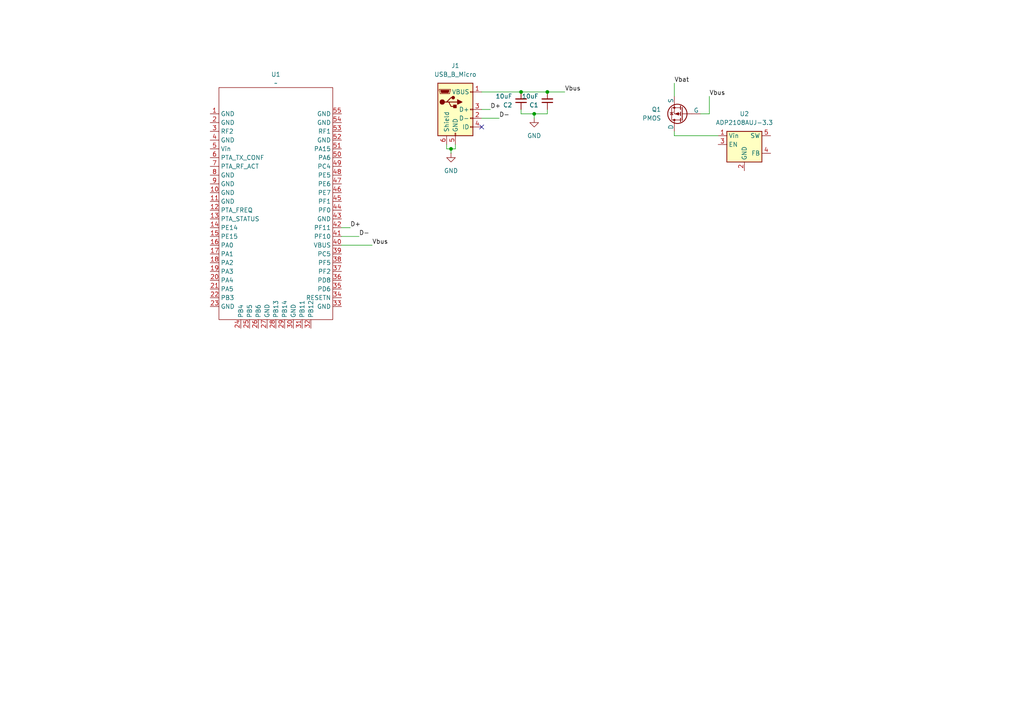
<source format=kicad_sch>
(kicad_sch (version 20231120) (generator "eeschema") (generator_version "8.0")
  (paper "A4")
  (lib_symbols
    (symbol "Connector:USB_B_Micro" (pin_names (offset 1.016))
      (property "Reference" "J" (at -5.08 11.43 0))
      (property "Value" "USB_B_Micro" (at -5.08 8.89 0))
      (symbol "USB_B_Micro_0_1"
        (rectangle (start -5.08 -7.62) (end 5.08 7.62) (stroke (width 0.254)) (fill (type background)))
        (circle (center -3.81 2.159) (radius 0.635) (stroke (width 0.254)) (fill (type outline)))
        (circle (center -0.635 3.429) (radius 0.381) (stroke (width 0.254)) (fill (type outline)))
        (rectangle (start -0.127 -7.62) (end 0.127 -6.858))
        (polyline (pts (xy -1.905 2.159) (xy 0.635 2.159)) (stroke (width 0.254)))
        (polyline (pts (xy -3.175 2.159) (xy -2.54 2.159) (xy -1.27 3.429) (xy -0.635 3.429)) (stroke (width 0.254)))
        (polyline (pts (xy -2.54 2.159) (xy -1.905 2.159) (xy -1.27 0.889) (xy 0 0.889)) (stroke (width 0.254)))
        (polyline (pts (xy 0.635 2.794) (xy 0.635 1.524) (xy 1.905 2.159) (xy 0.635 2.794)) (stroke (width 0.254)) (fill (type outline)))
        (polyline (pts (xy -4.318 5.588) (xy -1.778 5.588) (xy -2.032 4.826) (xy -4.064 4.826) (xy -4.318 5.588)) (fill (type outline)))
        (polyline (pts (xy -4.699 5.842) (xy -4.699 5.588) (xy -4.445 4.826) (xy -4.445 4.572) (xy -1.651 4.572) (xy -1.651 4.826) (xy -1.397 5.588) (xy -1.397 5.842) (xy -4.699 5.842)))
        (rectangle (start 0.254 1.27) (end -0.508 0.508) (stroke (width 0.254)) (fill (type outline)))
        (rectangle (start 5.08 -5.207) (end 4.318 -4.953))
        (rectangle (start 5.08 -2.667) (end 4.318 -2.413))
        (rectangle (start 5.08 -0.127) (end 4.318 0.127))
        (rectangle (start 5.08 4.953) (end 4.318 5.207))
      )
      (symbol "USB_B_Micro_1_1"
        (pin power_out line (at 7.62 5.08 180) (length 2.54) (name "VBUS") (number "1"))
        (pin bidirectional line (at 7.62 -2.54 180) (length 2.54) (name "D-") (number "2"))
        (pin bidirectional line (at 7.62 0 180) (length 2.54) (name "D+") (number "3"))
        (pin passive line (at 7.62 -5.08 180) (length 2.54) (name "ID") (number "4"))
        (pin power_out line (at 0 -10.16 90) (length 2.54) (name "GND") (number "5"))
        (pin passive line (at -2.54 -10.16 90) (length 2.54) (name "Shield") (number "6"))
      )
    )
    (symbol "Device:C_Small" (pin_numbers hide) (pin_names (offset 0.254) hide)
      (property "Reference" "C" (at 0.254 1.778 0))
      (property "Value" "C_Small" (at 0.254 -2.032 0))
      (symbol "C_Small_0_1"
        (polyline (pts (xy -1.524 -0.508) (xy 1.524 -0.508)) (stroke (width 0.3302)))
        (polyline (pts (xy -1.524 0.508) (xy 1.524 0.508)) (stroke (width 0.3048)))
      )
      (symbol "C_Small_1_1"
        (pin passive line (at 0 2.54 270) (length 2.032) (name "~") (number "1"))
        (pin passive line (at 0 -2.54 90) (length 2.032) (name "~") (number "2"))
      )
    )
    (symbol "Regulator_Switching:ADP2108AUJ-3.3"
      (property "Reference" "U" (at -5.08 5.08 0))
      (property "Value" "ADP2108AUJ-3.3" (at 0 5.08 0))
      (symbol "ADP2108AUJ-3.3_0_1"
        (rectangle (start -5.08 3.81) (end 5.08 -5.08) (stroke (width 0.254)) (fill (type background)))
      )
      (symbol "ADP2108AUJ-3.3_1_1"
        (pin power_in line (at -7.62 2.54 0) (length 2.54) (name "Vin") (number "1"))
        (pin power_in line (at 0 -7.62 90) (length 2.54) (name "GND") (number "2"))
        (pin input line (at -7.62 0 0) (length 2.54) (name "EN") (number "3"))
        (pin input line (at 7.62 -2.54 180) (length 2.54) (name "FB") (number "4"))
        (pin input line (at 7.62 2.54 180) (length 2.54) (name "SW") (number "5"))
      )
    )
    (symbol "SiliconLabsWifiModule:SiliconLabsWifiModuleSch"
      (property "Reference" "U1" (at 11.43 16.51 0))
      (property "Value" "~" (at 11.43 13.97 0))
      (symbol "SiliconLabsWifiModuleSch_1_1"
        (rectangle (start -5.08 12.7) (end 27.94 -54.61))
        (pin input line (at -7.62 5.08 0) (length 2.54) (name "GND") (number "1"))
        (pin input line (at -7.62 -17.78 0) (length 2.54) (name "GND") (number "10"))
        (pin input line (at -7.62 -20.32 0) (length 2.54) (name "GND") (number "11"))
        (pin input line (at -7.62 -22.86 0) (length 2.54) (name "PTA_FREQ") (number "12"))
        (pin input line (at -7.62 -25.4 0) (length 2.54) (name "PTA_STATUS") (number "13"))
        (pin input line (at -7.62 -27.94 0) (length 2.54) (name "PE14") (number "14"))
        (pin input line (at -7.62 -30.48 0) (length 2.54) (name "PE15") (number "15"))
        (pin input line (at -7.62 -33.02 0) (length 2.54) (name "PA0") (number "16"))
        (pin input line (at -7.62 -35.56 0) (length 2.54) (name "PA1") (number "17"))
        (pin input line (at -7.62 -38.1 0) (length 2.54) (name "PA2") (number "18"))
        (pin input line (at -7.62 -40.64 0) (length 2.54) (name "PA3") (number "19"))
        (pin input line (at -7.62 2.54 0) (length 2.54) (name "GND") (number "2"))
        (pin input line (at -7.62 -43.18 0) (length 2.54) (name "PA4") (number "20"))
        (pin input line (at -7.62 -45.72 0) (length 2.54) (name "PA5") (number "21"))
        (pin input line (at -7.62 -48.26 0) (length 2.54) (name "PB3") (number "22"))
        (pin input line (at -7.62 -50.8 0) (length 2.54) (name "GND") (number "23"))
        (pin input line (at 1.27 -57.15 90) (length 2.54) (name "PB4") (number "24"))
        (pin input line (at 3.81 -57.15 90) (length 2.54) (name "PB5") (number "25"))
        (pin input line (at 6.35 -57.15 90) (length 2.54) (name "PB6") (number "26"))
        (pin input line (at 8.89 -57.15 90) (length 2.54) (name "GND") (number "27"))
        (pin input line (at 11.43 -57.15 90) (length 2.54) (name "PB13") (number "28"))
        (pin input line (at 13.97 -57.15 90) (length 2.54) (name "PB14") (number "29"))
        (pin input line (at -7.62 0 0) (length 2.54) (name "RF2") (number "3"))
        (pin input line (at 16.51 -57.15 90) (length 2.54) (name "GND") (number "30"))
        (pin input line (at 19.05 -57.15 90) (length 2.54) (name "PB11") (number "31"))
        (pin input line (at 21.59 -57.15 90) (length 2.54) (name "PB12") (number "32"))
        (pin input line (at 30.48 -50.8 180) (length 2.54) (name "GND") (number "33"))
        (pin input line (at 30.48 -48.26 180) (length 2.54) (name "RESETN") (number "34"))
        (pin input line (at 30.48 -45.72 180) (length 2.54) (name "PD6") (number "35"))
        (pin input line (at 30.48 -43.18 180) (length 2.54) (name "PD8") (number "36"))
        (pin input line (at 30.48 -40.64 180) (length 2.54) (name "PF2") (number "37"))
        (pin input line (at 30.48 -38.1 180) (length 2.54) (name "PF5") (number "38"))
        (pin input line (at 30.48 -35.56 180) (length 2.54) (name "PC5") (number "39"))
        (pin input line (at -7.62 -2.54 0) (length 2.54) (name "GND") (number "4"))
        (pin input line (at 30.48 -33.02 180) (length 2.54) (name "VBUS") (number "40"))
        (pin input line (at 30.48 -30.48 180) (length 2.54) (name "PF10") (number "41"))
        (pin input line (at 30.48 -27.94 180) (length 2.54) (name "PF11") (number "42"))
        (pin input line (at 30.48 -25.4 180) (length 2.54) (name "GND") (number "43"))
        (pin input line (at 30.48 -22.86 180) (length 2.54) (name "PF0") (number "44"))
        (pin input line (at 30.48 -20.32 180) (length 2.54) (name "PF1") (number "45"))
        (pin input line (at 30.48 -17.78 180) (length 2.54) (name "PE7") (number "46"))
        (pin input line (at 30.48 -15.24 180) (length 2.54) (name "PE6") (number "47"))
        (pin input line (at 30.48 -12.7 180) (length 2.54) (name "PE5") (number "48"))
        (pin input line (at 30.48 -10.16 180) (length 2.54) (name "PC4") (number "49"))
        (pin input line (at -7.62 -5.08 0) (length 2.54) (name "Vin") (number "5"))
        (pin input line (at 30.48 -7.62 180) (length 2.54) (name "PA6") (number "50"))
        (pin input line (at 30.48 -5.08 180) (length 2.54) (name "PA15") (number "51"))
        (pin input line (at 30.48 -2.54 180) (length 2.54) (name "GND") (number "52"))
        (pin input line (at 30.48 0 180) (length 2.54) (name "RF1") (number "53"))
        (pin input line (at 30.48 2.54 180) (length 2.54) (name "GND") (number "54"))
        (pin input line (at 30.48 5.08 180) (length 2.54) (name "GND") (number "55"))
        (pin input line (at -7.62 -7.62 0) (length 2.54) (name "PTA_TX_CONF") (number "6"))
        (pin input line (at -7.62 -10.16 0) (length 2.54) (name "PTA_RF_ACT") (number "7"))
        (pin input line (at -7.62 -12.7 0) (length 2.54) (name "GND") (number "8"))
        (pin input line (at -7.62 -15.24 0) (length 2.54) (name "GND") (number "9"))
      )
    )
    (symbol "Simulation_SPICE:PMOS" (pin_numbers hide) (pin_names (offset 0))
      (property "Reference" "Q" (at 5.08 1.27 0))
      (property "Value" "PMOS" (at 5.08 -1.27 0))
      (symbol "PMOS_0_1"
        (polyline (pts (xy 0.254 0) (xy -2.54 0)))
        (polyline (pts (xy 0.254 1.905) (xy 0.254 -1.905)) (stroke (width 0.254)))
        (polyline (pts (xy 0.762 -1.27) (xy 0.762 -2.286)) (stroke (width 0.254)))
        (polyline (pts (xy 0.762 0.508) (xy 0.762 -0.508)) (stroke (width 0.254)))
        (polyline (pts (xy 0.762 2.286) (xy 0.762 1.27)) (stroke (width 0.254)))
        (polyline (pts (xy 2.54 2.54) (xy 2.54 1.778)))
        (polyline (pts (xy 2.54 -2.54) (xy 2.54 0) (xy 0.762 0)))
        (polyline (pts (xy 0.762 1.778) (xy 3.302 1.778) (xy 3.302 -1.778) (xy 0.762 -1.778)))
        (polyline (pts (xy 2.286 0) (xy 1.27 0.381) (xy 1.27 -0.381) (xy 2.286 0)) (fill (type outline)))
        (polyline (pts (xy 2.794 -0.508) (xy 2.921 -0.381) (xy 3.683 -0.381) (xy 3.81 -0.254)))
        (polyline (pts (xy 3.302 -0.381) (xy 2.921 0.254) (xy 3.683 0.254) (xy 3.302 -0.381)))
        (circle (center 1.651 0) (radius 2.794) (stroke (width 0.254)))
        (circle (center 2.54 -1.778) (radius 0.254) (fill (type outline)))
        (circle (center 2.54 1.778) (radius 0.254) (fill (type outline)))
      )
      (symbol "PMOS_1_1"
        (pin passive line (at 2.54 5.08 270) (length 2.54) (name "D") (number "1"))
        (pin input line (at -5.08 0 0) (length 2.54) (name "G") (number "2"))
        (pin passive line (at 2.54 -5.08 90) (length 2.54) (name "S") (number "3"))
      )
    )
    (symbol "power:GND" (power) (pin_numbers hide) (pin_names (offset 0) hide)
      (property "Value" "GND" (at 0 -3.81 0))
      (symbol "GND_0_1"
        (polyline (pts (xy 0 0) (xy 0 -1.27) (xy 1.27 -1.27) (xy 0 -2.54) (xy -1.27 -1.27) (xy 0 -1.27)))
      )
      (symbol "GND_1_1"
        (pin power_in line (at 0 0 270) (length 0) (name "~") (number "1"))
      )
    )
  )
  (junction (at 151.13 26.67))
  (junction (at 154.94 33.02))
  (junction (at 130.81 43.18))
  (junction (at 158.75 26.67))
  (no_connect (at 139.7 36.83))
  (wire (pts (xy 154.94 33.02) (xy 151.13 33.02)))
  (wire (pts (xy 203.2 33.02) (xy 205.74 33.02)))
  (wire (pts (xy 195.58 24.13) (xy 195.58 27.94)))
  (wire (pts (xy 151.13 26.67) (xy 158.75 26.67)))
  (wire (pts (xy 195.58 38.1) (xy 195.58 39.37)))
  (wire (pts (xy 139.7 26.67) (xy 151.13 26.67)))
  (wire (pts (xy 129.54 43.18) (xy 130.81 43.18)))
  (wire (pts (xy 99.06 66.04) (xy 101.6 66.04)))
  (wire (pts (xy 205.74 27.94) (xy 205.74 33.02)))
  (wire (pts (xy 158.75 33.02) (xy 154.94 33.02)))
  (wire (pts (xy 158.75 31.75) (xy 158.75 33.02)))
  (wire (pts (xy 132.08 41.91) (xy 132.08 43.18)))
  (wire (pts (xy 130.81 43.18) (xy 130.81 44.45)))
  (wire (pts (xy 99.06 71.12) (xy 107.95 71.12)))
  (wire (pts (xy 139.7 34.29) (xy 144.78 34.29)))
  (wire (pts (xy 158.75 26.67) (xy 163.83 26.67)))
  (wire (pts (xy 99.06 68.58) (xy 104.14 68.58)))
  (wire (pts (xy 195.58 39.37) (xy 208.28 39.37)))
  (wire (pts (xy 151.13 31.75) (xy 151.13 33.02)))
  (wire (pts (xy 129.54 41.91) (xy 129.54 43.18)))
  (wire (pts (xy 139.7 31.75) (xy 142.24 31.75)))
  (wire (pts (xy 132.08 43.18) (xy 130.81 43.18)))
  (wire (pts (xy 154.94 34.29) (xy 154.94 33.02)))
  (label "D+" (at 142.24 31.75 0))
  (label "D+" (at 101.6 66.04 0))
  (label "D-" (at 104.14 68.58 0))
  (label "Vbat" (at 195.58 24.13 0))
  (label "Vbus" (at 107.95 71.12 0))
  (label "Vbus" (at 163.83 26.67 0))
  (label "D-" (at 144.78 34.29 0))
  (label "Vbus" (at 205.74 27.94 0))
  (symbol (lib_id "power:GND") (at 154.94 34.29 0) (unit 1)
    (property "Reference" "#PWR02" (effects (hide yes)))
    (property "Value" "GND" (at 154.94 39.37 0))
    (property "Description" "Power symbol creates a global label with name \"GND\" , ground" (effects (hide yes)))
  )
  (symbol (lib_id "Device:C_Small") (at 158.75 29.21 180) (unit 1)
    (property "Reference" "C1" (at 156.21 30.4738 0) (effects (justify left)))
    (property "Value" "10uF" (at 156.21 27.9338 0) (effects (justify left)))
    (property "Description" "Unpolarized capacitor, small symbol" (effects (hide yes)))
  )
  (symbol (lib_id "Connector:USB_B_Micro") (at 132.08 31.75 0) (unit 1)
    (property "Reference" "J1" (at 132.08 19.05 0))
    (property "Value" "USB_B_Micro" (at 132.08 21.59 0))
    (property "Description" "USB Micro Type B connector" (effects (hide yes)))
  )
  (symbol (lib_id "power:GND") (at 130.81 44.45 0) (unit 1)
    (property "Reference" "#PWR01" (effects (hide yes)))
    (property "Value" "GND" (at 130.81 49.53 0))
    (property "Description" "Power symbol creates a global label with name \"GND\" , ground" (effects (hide yes)))
  )
  (symbol (lib_id "Regulator_Switching:ADP2108AUJ-3.3") (at 215.9 41.91 0) (unit 1)
    (property "Reference" "U2" (at 215.9 33.02 0))
    (property "Value" "ADP2108AUJ-3.3" (at 215.9 35.56 0))
    (property "Footprint" "Package_TO_SOT_SMD:TSOT-23-5" (effects (hide yes)))
    (property "Datasheet" "https://www.analog.com/media/en/technical-documentation/data-sheets/ADP2108.pdf" (effects (hide yes)))
    (property "Description" "3MHz switching bucK regulator, 600mA 3.3V output voltage," (effects (hide yes)))
  )
  (symbol (lib_id "Simulation_SPICE:PMOS") (at 198.12 33.02 180) (unit 1)
    (property "Reference" "Q1" (at 191.77 31.7499 0) (effects (justify left)))
    (property "Value" "PMOS" (at 191.77 34.2899 0) (effects (justify left)))
    (property "Datasheet" "https://ngspice.sourceforge.io/docs/ngspice-html-manual/manual.xhtml#cha_MOSFETs" (effects (hide yes)))
    (property "Description" "P-MOSFET transistor, drain/source/gate" (effects (hide yes)))
    (property "Sim.Device" "PMOS" (effects (hide yes)))
    (property "Sim.Type" "VDMOS" (effects (hide yes)))
    (property "Sim.Pins" "1=D 2=G 3=S" (effects (hide yes)))
  )
  (symbol (lib_id "Device:C_Small") (at 151.13 29.21 180) (unit 1)
    (property "Reference" "C2" (at 148.59 30.4738 0) (effects (justify left)))
    (property "Value" "10uF" (at 148.59 27.9338 0) (effects (justify left)))
    (property "Description" "Unpolarized capacitor, small symbol" (effects (hide yes)))
  )
  (symbol (lib_id "SiliconLabsWifiModule:SiliconLabsWifiModuleSch") (at 68.58 38.1 0) (unit 1)
    (property "Reference" "U1" (at 80.01 21.59 0))
    (property "Value" "~" (at 80.01 24.13 0))
  )
)
</source>
